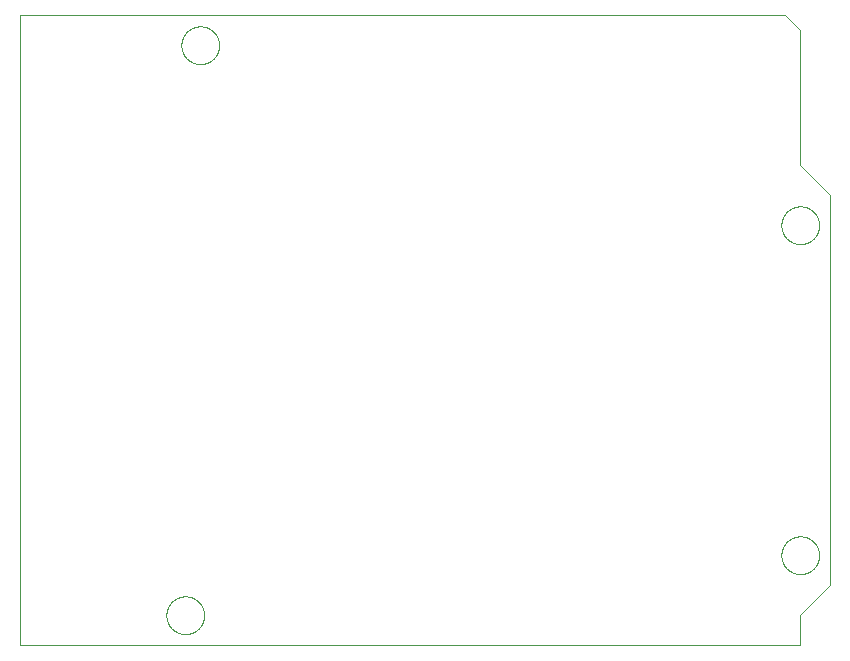
<source format=gtp>
G75*
%MOIN*%
%OFA0B0*%
%FSLAX25Y25*%
%IPPOS*%
%LPD*%
%AMOC8*
5,1,8,0,0,1.08239X$1,22.5*
%
%ADD10C,0.00000*%
D10*
X0009350Y0005000D02*
X0269350Y0005000D01*
X0269350Y0015000D01*
X0279350Y0025000D01*
X0279350Y0155000D01*
X0269350Y0165000D01*
X0269350Y0210000D01*
X0264350Y0215000D01*
X0009350Y0215000D01*
X0009350Y0005000D01*
X0058051Y0015000D02*
X0058053Y0015158D01*
X0058059Y0015316D01*
X0058069Y0015474D01*
X0058083Y0015632D01*
X0058101Y0015789D01*
X0058122Y0015946D01*
X0058148Y0016102D01*
X0058178Y0016258D01*
X0058211Y0016413D01*
X0058249Y0016566D01*
X0058290Y0016719D01*
X0058335Y0016871D01*
X0058384Y0017022D01*
X0058437Y0017171D01*
X0058493Y0017319D01*
X0058553Y0017465D01*
X0058617Y0017610D01*
X0058685Y0017753D01*
X0058756Y0017895D01*
X0058830Y0018035D01*
X0058908Y0018172D01*
X0058990Y0018308D01*
X0059074Y0018442D01*
X0059163Y0018573D01*
X0059254Y0018702D01*
X0059349Y0018829D01*
X0059446Y0018954D01*
X0059547Y0019076D01*
X0059651Y0019195D01*
X0059758Y0019312D01*
X0059868Y0019426D01*
X0059981Y0019537D01*
X0060096Y0019646D01*
X0060214Y0019751D01*
X0060335Y0019853D01*
X0060458Y0019953D01*
X0060584Y0020049D01*
X0060712Y0020142D01*
X0060842Y0020232D01*
X0060975Y0020318D01*
X0061110Y0020402D01*
X0061246Y0020481D01*
X0061385Y0020558D01*
X0061526Y0020630D01*
X0061668Y0020700D01*
X0061812Y0020765D01*
X0061958Y0020827D01*
X0062105Y0020885D01*
X0062254Y0020940D01*
X0062404Y0020991D01*
X0062555Y0021038D01*
X0062707Y0021081D01*
X0062860Y0021120D01*
X0063015Y0021156D01*
X0063170Y0021187D01*
X0063326Y0021215D01*
X0063482Y0021239D01*
X0063639Y0021259D01*
X0063797Y0021275D01*
X0063954Y0021287D01*
X0064113Y0021295D01*
X0064271Y0021299D01*
X0064429Y0021299D01*
X0064587Y0021295D01*
X0064746Y0021287D01*
X0064903Y0021275D01*
X0065061Y0021259D01*
X0065218Y0021239D01*
X0065374Y0021215D01*
X0065530Y0021187D01*
X0065685Y0021156D01*
X0065840Y0021120D01*
X0065993Y0021081D01*
X0066145Y0021038D01*
X0066296Y0020991D01*
X0066446Y0020940D01*
X0066595Y0020885D01*
X0066742Y0020827D01*
X0066888Y0020765D01*
X0067032Y0020700D01*
X0067174Y0020630D01*
X0067315Y0020558D01*
X0067454Y0020481D01*
X0067590Y0020402D01*
X0067725Y0020318D01*
X0067858Y0020232D01*
X0067988Y0020142D01*
X0068116Y0020049D01*
X0068242Y0019953D01*
X0068365Y0019853D01*
X0068486Y0019751D01*
X0068604Y0019646D01*
X0068719Y0019537D01*
X0068832Y0019426D01*
X0068942Y0019312D01*
X0069049Y0019195D01*
X0069153Y0019076D01*
X0069254Y0018954D01*
X0069351Y0018829D01*
X0069446Y0018702D01*
X0069537Y0018573D01*
X0069626Y0018442D01*
X0069710Y0018308D01*
X0069792Y0018172D01*
X0069870Y0018035D01*
X0069944Y0017895D01*
X0070015Y0017753D01*
X0070083Y0017610D01*
X0070147Y0017465D01*
X0070207Y0017319D01*
X0070263Y0017171D01*
X0070316Y0017022D01*
X0070365Y0016871D01*
X0070410Y0016719D01*
X0070451Y0016566D01*
X0070489Y0016413D01*
X0070522Y0016258D01*
X0070552Y0016102D01*
X0070578Y0015946D01*
X0070599Y0015789D01*
X0070617Y0015632D01*
X0070631Y0015474D01*
X0070641Y0015316D01*
X0070647Y0015158D01*
X0070649Y0015000D01*
X0070647Y0014842D01*
X0070641Y0014684D01*
X0070631Y0014526D01*
X0070617Y0014368D01*
X0070599Y0014211D01*
X0070578Y0014054D01*
X0070552Y0013898D01*
X0070522Y0013742D01*
X0070489Y0013587D01*
X0070451Y0013434D01*
X0070410Y0013281D01*
X0070365Y0013129D01*
X0070316Y0012978D01*
X0070263Y0012829D01*
X0070207Y0012681D01*
X0070147Y0012535D01*
X0070083Y0012390D01*
X0070015Y0012247D01*
X0069944Y0012105D01*
X0069870Y0011965D01*
X0069792Y0011828D01*
X0069710Y0011692D01*
X0069626Y0011558D01*
X0069537Y0011427D01*
X0069446Y0011298D01*
X0069351Y0011171D01*
X0069254Y0011046D01*
X0069153Y0010924D01*
X0069049Y0010805D01*
X0068942Y0010688D01*
X0068832Y0010574D01*
X0068719Y0010463D01*
X0068604Y0010354D01*
X0068486Y0010249D01*
X0068365Y0010147D01*
X0068242Y0010047D01*
X0068116Y0009951D01*
X0067988Y0009858D01*
X0067858Y0009768D01*
X0067725Y0009682D01*
X0067590Y0009598D01*
X0067454Y0009519D01*
X0067315Y0009442D01*
X0067174Y0009370D01*
X0067032Y0009300D01*
X0066888Y0009235D01*
X0066742Y0009173D01*
X0066595Y0009115D01*
X0066446Y0009060D01*
X0066296Y0009009D01*
X0066145Y0008962D01*
X0065993Y0008919D01*
X0065840Y0008880D01*
X0065685Y0008844D01*
X0065530Y0008813D01*
X0065374Y0008785D01*
X0065218Y0008761D01*
X0065061Y0008741D01*
X0064903Y0008725D01*
X0064746Y0008713D01*
X0064587Y0008705D01*
X0064429Y0008701D01*
X0064271Y0008701D01*
X0064113Y0008705D01*
X0063954Y0008713D01*
X0063797Y0008725D01*
X0063639Y0008741D01*
X0063482Y0008761D01*
X0063326Y0008785D01*
X0063170Y0008813D01*
X0063015Y0008844D01*
X0062860Y0008880D01*
X0062707Y0008919D01*
X0062555Y0008962D01*
X0062404Y0009009D01*
X0062254Y0009060D01*
X0062105Y0009115D01*
X0061958Y0009173D01*
X0061812Y0009235D01*
X0061668Y0009300D01*
X0061526Y0009370D01*
X0061385Y0009442D01*
X0061246Y0009519D01*
X0061110Y0009598D01*
X0060975Y0009682D01*
X0060842Y0009768D01*
X0060712Y0009858D01*
X0060584Y0009951D01*
X0060458Y0010047D01*
X0060335Y0010147D01*
X0060214Y0010249D01*
X0060096Y0010354D01*
X0059981Y0010463D01*
X0059868Y0010574D01*
X0059758Y0010688D01*
X0059651Y0010805D01*
X0059547Y0010924D01*
X0059446Y0011046D01*
X0059349Y0011171D01*
X0059254Y0011298D01*
X0059163Y0011427D01*
X0059074Y0011558D01*
X0058990Y0011692D01*
X0058908Y0011828D01*
X0058830Y0011965D01*
X0058756Y0012105D01*
X0058685Y0012247D01*
X0058617Y0012390D01*
X0058553Y0012535D01*
X0058493Y0012681D01*
X0058437Y0012829D01*
X0058384Y0012978D01*
X0058335Y0013129D01*
X0058290Y0013281D01*
X0058249Y0013434D01*
X0058211Y0013587D01*
X0058178Y0013742D01*
X0058148Y0013898D01*
X0058122Y0014054D01*
X0058101Y0014211D01*
X0058083Y0014368D01*
X0058069Y0014526D01*
X0058059Y0014684D01*
X0058053Y0014842D01*
X0058051Y0015000D01*
X0263051Y0035000D02*
X0263053Y0035158D01*
X0263059Y0035316D01*
X0263069Y0035474D01*
X0263083Y0035632D01*
X0263101Y0035789D01*
X0263122Y0035946D01*
X0263148Y0036102D01*
X0263178Y0036258D01*
X0263211Y0036413D01*
X0263249Y0036566D01*
X0263290Y0036719D01*
X0263335Y0036871D01*
X0263384Y0037022D01*
X0263437Y0037171D01*
X0263493Y0037319D01*
X0263553Y0037465D01*
X0263617Y0037610D01*
X0263685Y0037753D01*
X0263756Y0037895D01*
X0263830Y0038035D01*
X0263908Y0038172D01*
X0263990Y0038308D01*
X0264074Y0038442D01*
X0264163Y0038573D01*
X0264254Y0038702D01*
X0264349Y0038829D01*
X0264446Y0038954D01*
X0264547Y0039076D01*
X0264651Y0039195D01*
X0264758Y0039312D01*
X0264868Y0039426D01*
X0264981Y0039537D01*
X0265096Y0039646D01*
X0265214Y0039751D01*
X0265335Y0039853D01*
X0265458Y0039953D01*
X0265584Y0040049D01*
X0265712Y0040142D01*
X0265842Y0040232D01*
X0265975Y0040318D01*
X0266110Y0040402D01*
X0266246Y0040481D01*
X0266385Y0040558D01*
X0266526Y0040630D01*
X0266668Y0040700D01*
X0266812Y0040765D01*
X0266958Y0040827D01*
X0267105Y0040885D01*
X0267254Y0040940D01*
X0267404Y0040991D01*
X0267555Y0041038D01*
X0267707Y0041081D01*
X0267860Y0041120D01*
X0268015Y0041156D01*
X0268170Y0041187D01*
X0268326Y0041215D01*
X0268482Y0041239D01*
X0268639Y0041259D01*
X0268797Y0041275D01*
X0268954Y0041287D01*
X0269113Y0041295D01*
X0269271Y0041299D01*
X0269429Y0041299D01*
X0269587Y0041295D01*
X0269746Y0041287D01*
X0269903Y0041275D01*
X0270061Y0041259D01*
X0270218Y0041239D01*
X0270374Y0041215D01*
X0270530Y0041187D01*
X0270685Y0041156D01*
X0270840Y0041120D01*
X0270993Y0041081D01*
X0271145Y0041038D01*
X0271296Y0040991D01*
X0271446Y0040940D01*
X0271595Y0040885D01*
X0271742Y0040827D01*
X0271888Y0040765D01*
X0272032Y0040700D01*
X0272174Y0040630D01*
X0272315Y0040558D01*
X0272454Y0040481D01*
X0272590Y0040402D01*
X0272725Y0040318D01*
X0272858Y0040232D01*
X0272988Y0040142D01*
X0273116Y0040049D01*
X0273242Y0039953D01*
X0273365Y0039853D01*
X0273486Y0039751D01*
X0273604Y0039646D01*
X0273719Y0039537D01*
X0273832Y0039426D01*
X0273942Y0039312D01*
X0274049Y0039195D01*
X0274153Y0039076D01*
X0274254Y0038954D01*
X0274351Y0038829D01*
X0274446Y0038702D01*
X0274537Y0038573D01*
X0274626Y0038442D01*
X0274710Y0038308D01*
X0274792Y0038172D01*
X0274870Y0038035D01*
X0274944Y0037895D01*
X0275015Y0037753D01*
X0275083Y0037610D01*
X0275147Y0037465D01*
X0275207Y0037319D01*
X0275263Y0037171D01*
X0275316Y0037022D01*
X0275365Y0036871D01*
X0275410Y0036719D01*
X0275451Y0036566D01*
X0275489Y0036413D01*
X0275522Y0036258D01*
X0275552Y0036102D01*
X0275578Y0035946D01*
X0275599Y0035789D01*
X0275617Y0035632D01*
X0275631Y0035474D01*
X0275641Y0035316D01*
X0275647Y0035158D01*
X0275649Y0035000D01*
X0275647Y0034842D01*
X0275641Y0034684D01*
X0275631Y0034526D01*
X0275617Y0034368D01*
X0275599Y0034211D01*
X0275578Y0034054D01*
X0275552Y0033898D01*
X0275522Y0033742D01*
X0275489Y0033587D01*
X0275451Y0033434D01*
X0275410Y0033281D01*
X0275365Y0033129D01*
X0275316Y0032978D01*
X0275263Y0032829D01*
X0275207Y0032681D01*
X0275147Y0032535D01*
X0275083Y0032390D01*
X0275015Y0032247D01*
X0274944Y0032105D01*
X0274870Y0031965D01*
X0274792Y0031828D01*
X0274710Y0031692D01*
X0274626Y0031558D01*
X0274537Y0031427D01*
X0274446Y0031298D01*
X0274351Y0031171D01*
X0274254Y0031046D01*
X0274153Y0030924D01*
X0274049Y0030805D01*
X0273942Y0030688D01*
X0273832Y0030574D01*
X0273719Y0030463D01*
X0273604Y0030354D01*
X0273486Y0030249D01*
X0273365Y0030147D01*
X0273242Y0030047D01*
X0273116Y0029951D01*
X0272988Y0029858D01*
X0272858Y0029768D01*
X0272725Y0029682D01*
X0272590Y0029598D01*
X0272454Y0029519D01*
X0272315Y0029442D01*
X0272174Y0029370D01*
X0272032Y0029300D01*
X0271888Y0029235D01*
X0271742Y0029173D01*
X0271595Y0029115D01*
X0271446Y0029060D01*
X0271296Y0029009D01*
X0271145Y0028962D01*
X0270993Y0028919D01*
X0270840Y0028880D01*
X0270685Y0028844D01*
X0270530Y0028813D01*
X0270374Y0028785D01*
X0270218Y0028761D01*
X0270061Y0028741D01*
X0269903Y0028725D01*
X0269746Y0028713D01*
X0269587Y0028705D01*
X0269429Y0028701D01*
X0269271Y0028701D01*
X0269113Y0028705D01*
X0268954Y0028713D01*
X0268797Y0028725D01*
X0268639Y0028741D01*
X0268482Y0028761D01*
X0268326Y0028785D01*
X0268170Y0028813D01*
X0268015Y0028844D01*
X0267860Y0028880D01*
X0267707Y0028919D01*
X0267555Y0028962D01*
X0267404Y0029009D01*
X0267254Y0029060D01*
X0267105Y0029115D01*
X0266958Y0029173D01*
X0266812Y0029235D01*
X0266668Y0029300D01*
X0266526Y0029370D01*
X0266385Y0029442D01*
X0266246Y0029519D01*
X0266110Y0029598D01*
X0265975Y0029682D01*
X0265842Y0029768D01*
X0265712Y0029858D01*
X0265584Y0029951D01*
X0265458Y0030047D01*
X0265335Y0030147D01*
X0265214Y0030249D01*
X0265096Y0030354D01*
X0264981Y0030463D01*
X0264868Y0030574D01*
X0264758Y0030688D01*
X0264651Y0030805D01*
X0264547Y0030924D01*
X0264446Y0031046D01*
X0264349Y0031171D01*
X0264254Y0031298D01*
X0264163Y0031427D01*
X0264074Y0031558D01*
X0263990Y0031692D01*
X0263908Y0031828D01*
X0263830Y0031965D01*
X0263756Y0032105D01*
X0263685Y0032247D01*
X0263617Y0032390D01*
X0263553Y0032535D01*
X0263493Y0032681D01*
X0263437Y0032829D01*
X0263384Y0032978D01*
X0263335Y0033129D01*
X0263290Y0033281D01*
X0263249Y0033434D01*
X0263211Y0033587D01*
X0263178Y0033742D01*
X0263148Y0033898D01*
X0263122Y0034054D01*
X0263101Y0034211D01*
X0263083Y0034368D01*
X0263069Y0034526D01*
X0263059Y0034684D01*
X0263053Y0034842D01*
X0263051Y0035000D01*
X0263051Y0145000D02*
X0263053Y0145158D01*
X0263059Y0145316D01*
X0263069Y0145474D01*
X0263083Y0145632D01*
X0263101Y0145789D01*
X0263122Y0145946D01*
X0263148Y0146102D01*
X0263178Y0146258D01*
X0263211Y0146413D01*
X0263249Y0146566D01*
X0263290Y0146719D01*
X0263335Y0146871D01*
X0263384Y0147022D01*
X0263437Y0147171D01*
X0263493Y0147319D01*
X0263553Y0147465D01*
X0263617Y0147610D01*
X0263685Y0147753D01*
X0263756Y0147895D01*
X0263830Y0148035D01*
X0263908Y0148172D01*
X0263990Y0148308D01*
X0264074Y0148442D01*
X0264163Y0148573D01*
X0264254Y0148702D01*
X0264349Y0148829D01*
X0264446Y0148954D01*
X0264547Y0149076D01*
X0264651Y0149195D01*
X0264758Y0149312D01*
X0264868Y0149426D01*
X0264981Y0149537D01*
X0265096Y0149646D01*
X0265214Y0149751D01*
X0265335Y0149853D01*
X0265458Y0149953D01*
X0265584Y0150049D01*
X0265712Y0150142D01*
X0265842Y0150232D01*
X0265975Y0150318D01*
X0266110Y0150402D01*
X0266246Y0150481D01*
X0266385Y0150558D01*
X0266526Y0150630D01*
X0266668Y0150700D01*
X0266812Y0150765D01*
X0266958Y0150827D01*
X0267105Y0150885D01*
X0267254Y0150940D01*
X0267404Y0150991D01*
X0267555Y0151038D01*
X0267707Y0151081D01*
X0267860Y0151120D01*
X0268015Y0151156D01*
X0268170Y0151187D01*
X0268326Y0151215D01*
X0268482Y0151239D01*
X0268639Y0151259D01*
X0268797Y0151275D01*
X0268954Y0151287D01*
X0269113Y0151295D01*
X0269271Y0151299D01*
X0269429Y0151299D01*
X0269587Y0151295D01*
X0269746Y0151287D01*
X0269903Y0151275D01*
X0270061Y0151259D01*
X0270218Y0151239D01*
X0270374Y0151215D01*
X0270530Y0151187D01*
X0270685Y0151156D01*
X0270840Y0151120D01*
X0270993Y0151081D01*
X0271145Y0151038D01*
X0271296Y0150991D01*
X0271446Y0150940D01*
X0271595Y0150885D01*
X0271742Y0150827D01*
X0271888Y0150765D01*
X0272032Y0150700D01*
X0272174Y0150630D01*
X0272315Y0150558D01*
X0272454Y0150481D01*
X0272590Y0150402D01*
X0272725Y0150318D01*
X0272858Y0150232D01*
X0272988Y0150142D01*
X0273116Y0150049D01*
X0273242Y0149953D01*
X0273365Y0149853D01*
X0273486Y0149751D01*
X0273604Y0149646D01*
X0273719Y0149537D01*
X0273832Y0149426D01*
X0273942Y0149312D01*
X0274049Y0149195D01*
X0274153Y0149076D01*
X0274254Y0148954D01*
X0274351Y0148829D01*
X0274446Y0148702D01*
X0274537Y0148573D01*
X0274626Y0148442D01*
X0274710Y0148308D01*
X0274792Y0148172D01*
X0274870Y0148035D01*
X0274944Y0147895D01*
X0275015Y0147753D01*
X0275083Y0147610D01*
X0275147Y0147465D01*
X0275207Y0147319D01*
X0275263Y0147171D01*
X0275316Y0147022D01*
X0275365Y0146871D01*
X0275410Y0146719D01*
X0275451Y0146566D01*
X0275489Y0146413D01*
X0275522Y0146258D01*
X0275552Y0146102D01*
X0275578Y0145946D01*
X0275599Y0145789D01*
X0275617Y0145632D01*
X0275631Y0145474D01*
X0275641Y0145316D01*
X0275647Y0145158D01*
X0275649Y0145000D01*
X0275647Y0144842D01*
X0275641Y0144684D01*
X0275631Y0144526D01*
X0275617Y0144368D01*
X0275599Y0144211D01*
X0275578Y0144054D01*
X0275552Y0143898D01*
X0275522Y0143742D01*
X0275489Y0143587D01*
X0275451Y0143434D01*
X0275410Y0143281D01*
X0275365Y0143129D01*
X0275316Y0142978D01*
X0275263Y0142829D01*
X0275207Y0142681D01*
X0275147Y0142535D01*
X0275083Y0142390D01*
X0275015Y0142247D01*
X0274944Y0142105D01*
X0274870Y0141965D01*
X0274792Y0141828D01*
X0274710Y0141692D01*
X0274626Y0141558D01*
X0274537Y0141427D01*
X0274446Y0141298D01*
X0274351Y0141171D01*
X0274254Y0141046D01*
X0274153Y0140924D01*
X0274049Y0140805D01*
X0273942Y0140688D01*
X0273832Y0140574D01*
X0273719Y0140463D01*
X0273604Y0140354D01*
X0273486Y0140249D01*
X0273365Y0140147D01*
X0273242Y0140047D01*
X0273116Y0139951D01*
X0272988Y0139858D01*
X0272858Y0139768D01*
X0272725Y0139682D01*
X0272590Y0139598D01*
X0272454Y0139519D01*
X0272315Y0139442D01*
X0272174Y0139370D01*
X0272032Y0139300D01*
X0271888Y0139235D01*
X0271742Y0139173D01*
X0271595Y0139115D01*
X0271446Y0139060D01*
X0271296Y0139009D01*
X0271145Y0138962D01*
X0270993Y0138919D01*
X0270840Y0138880D01*
X0270685Y0138844D01*
X0270530Y0138813D01*
X0270374Y0138785D01*
X0270218Y0138761D01*
X0270061Y0138741D01*
X0269903Y0138725D01*
X0269746Y0138713D01*
X0269587Y0138705D01*
X0269429Y0138701D01*
X0269271Y0138701D01*
X0269113Y0138705D01*
X0268954Y0138713D01*
X0268797Y0138725D01*
X0268639Y0138741D01*
X0268482Y0138761D01*
X0268326Y0138785D01*
X0268170Y0138813D01*
X0268015Y0138844D01*
X0267860Y0138880D01*
X0267707Y0138919D01*
X0267555Y0138962D01*
X0267404Y0139009D01*
X0267254Y0139060D01*
X0267105Y0139115D01*
X0266958Y0139173D01*
X0266812Y0139235D01*
X0266668Y0139300D01*
X0266526Y0139370D01*
X0266385Y0139442D01*
X0266246Y0139519D01*
X0266110Y0139598D01*
X0265975Y0139682D01*
X0265842Y0139768D01*
X0265712Y0139858D01*
X0265584Y0139951D01*
X0265458Y0140047D01*
X0265335Y0140147D01*
X0265214Y0140249D01*
X0265096Y0140354D01*
X0264981Y0140463D01*
X0264868Y0140574D01*
X0264758Y0140688D01*
X0264651Y0140805D01*
X0264547Y0140924D01*
X0264446Y0141046D01*
X0264349Y0141171D01*
X0264254Y0141298D01*
X0264163Y0141427D01*
X0264074Y0141558D01*
X0263990Y0141692D01*
X0263908Y0141828D01*
X0263830Y0141965D01*
X0263756Y0142105D01*
X0263685Y0142247D01*
X0263617Y0142390D01*
X0263553Y0142535D01*
X0263493Y0142681D01*
X0263437Y0142829D01*
X0263384Y0142978D01*
X0263335Y0143129D01*
X0263290Y0143281D01*
X0263249Y0143434D01*
X0263211Y0143587D01*
X0263178Y0143742D01*
X0263148Y0143898D01*
X0263122Y0144054D01*
X0263101Y0144211D01*
X0263083Y0144368D01*
X0263069Y0144526D01*
X0263059Y0144684D01*
X0263053Y0144842D01*
X0263051Y0145000D01*
X0063051Y0205000D02*
X0063053Y0205158D01*
X0063059Y0205316D01*
X0063069Y0205474D01*
X0063083Y0205632D01*
X0063101Y0205789D01*
X0063122Y0205946D01*
X0063148Y0206102D01*
X0063178Y0206258D01*
X0063211Y0206413D01*
X0063249Y0206566D01*
X0063290Y0206719D01*
X0063335Y0206871D01*
X0063384Y0207022D01*
X0063437Y0207171D01*
X0063493Y0207319D01*
X0063553Y0207465D01*
X0063617Y0207610D01*
X0063685Y0207753D01*
X0063756Y0207895D01*
X0063830Y0208035D01*
X0063908Y0208172D01*
X0063990Y0208308D01*
X0064074Y0208442D01*
X0064163Y0208573D01*
X0064254Y0208702D01*
X0064349Y0208829D01*
X0064446Y0208954D01*
X0064547Y0209076D01*
X0064651Y0209195D01*
X0064758Y0209312D01*
X0064868Y0209426D01*
X0064981Y0209537D01*
X0065096Y0209646D01*
X0065214Y0209751D01*
X0065335Y0209853D01*
X0065458Y0209953D01*
X0065584Y0210049D01*
X0065712Y0210142D01*
X0065842Y0210232D01*
X0065975Y0210318D01*
X0066110Y0210402D01*
X0066246Y0210481D01*
X0066385Y0210558D01*
X0066526Y0210630D01*
X0066668Y0210700D01*
X0066812Y0210765D01*
X0066958Y0210827D01*
X0067105Y0210885D01*
X0067254Y0210940D01*
X0067404Y0210991D01*
X0067555Y0211038D01*
X0067707Y0211081D01*
X0067860Y0211120D01*
X0068015Y0211156D01*
X0068170Y0211187D01*
X0068326Y0211215D01*
X0068482Y0211239D01*
X0068639Y0211259D01*
X0068797Y0211275D01*
X0068954Y0211287D01*
X0069113Y0211295D01*
X0069271Y0211299D01*
X0069429Y0211299D01*
X0069587Y0211295D01*
X0069746Y0211287D01*
X0069903Y0211275D01*
X0070061Y0211259D01*
X0070218Y0211239D01*
X0070374Y0211215D01*
X0070530Y0211187D01*
X0070685Y0211156D01*
X0070840Y0211120D01*
X0070993Y0211081D01*
X0071145Y0211038D01*
X0071296Y0210991D01*
X0071446Y0210940D01*
X0071595Y0210885D01*
X0071742Y0210827D01*
X0071888Y0210765D01*
X0072032Y0210700D01*
X0072174Y0210630D01*
X0072315Y0210558D01*
X0072454Y0210481D01*
X0072590Y0210402D01*
X0072725Y0210318D01*
X0072858Y0210232D01*
X0072988Y0210142D01*
X0073116Y0210049D01*
X0073242Y0209953D01*
X0073365Y0209853D01*
X0073486Y0209751D01*
X0073604Y0209646D01*
X0073719Y0209537D01*
X0073832Y0209426D01*
X0073942Y0209312D01*
X0074049Y0209195D01*
X0074153Y0209076D01*
X0074254Y0208954D01*
X0074351Y0208829D01*
X0074446Y0208702D01*
X0074537Y0208573D01*
X0074626Y0208442D01*
X0074710Y0208308D01*
X0074792Y0208172D01*
X0074870Y0208035D01*
X0074944Y0207895D01*
X0075015Y0207753D01*
X0075083Y0207610D01*
X0075147Y0207465D01*
X0075207Y0207319D01*
X0075263Y0207171D01*
X0075316Y0207022D01*
X0075365Y0206871D01*
X0075410Y0206719D01*
X0075451Y0206566D01*
X0075489Y0206413D01*
X0075522Y0206258D01*
X0075552Y0206102D01*
X0075578Y0205946D01*
X0075599Y0205789D01*
X0075617Y0205632D01*
X0075631Y0205474D01*
X0075641Y0205316D01*
X0075647Y0205158D01*
X0075649Y0205000D01*
X0075647Y0204842D01*
X0075641Y0204684D01*
X0075631Y0204526D01*
X0075617Y0204368D01*
X0075599Y0204211D01*
X0075578Y0204054D01*
X0075552Y0203898D01*
X0075522Y0203742D01*
X0075489Y0203587D01*
X0075451Y0203434D01*
X0075410Y0203281D01*
X0075365Y0203129D01*
X0075316Y0202978D01*
X0075263Y0202829D01*
X0075207Y0202681D01*
X0075147Y0202535D01*
X0075083Y0202390D01*
X0075015Y0202247D01*
X0074944Y0202105D01*
X0074870Y0201965D01*
X0074792Y0201828D01*
X0074710Y0201692D01*
X0074626Y0201558D01*
X0074537Y0201427D01*
X0074446Y0201298D01*
X0074351Y0201171D01*
X0074254Y0201046D01*
X0074153Y0200924D01*
X0074049Y0200805D01*
X0073942Y0200688D01*
X0073832Y0200574D01*
X0073719Y0200463D01*
X0073604Y0200354D01*
X0073486Y0200249D01*
X0073365Y0200147D01*
X0073242Y0200047D01*
X0073116Y0199951D01*
X0072988Y0199858D01*
X0072858Y0199768D01*
X0072725Y0199682D01*
X0072590Y0199598D01*
X0072454Y0199519D01*
X0072315Y0199442D01*
X0072174Y0199370D01*
X0072032Y0199300D01*
X0071888Y0199235D01*
X0071742Y0199173D01*
X0071595Y0199115D01*
X0071446Y0199060D01*
X0071296Y0199009D01*
X0071145Y0198962D01*
X0070993Y0198919D01*
X0070840Y0198880D01*
X0070685Y0198844D01*
X0070530Y0198813D01*
X0070374Y0198785D01*
X0070218Y0198761D01*
X0070061Y0198741D01*
X0069903Y0198725D01*
X0069746Y0198713D01*
X0069587Y0198705D01*
X0069429Y0198701D01*
X0069271Y0198701D01*
X0069113Y0198705D01*
X0068954Y0198713D01*
X0068797Y0198725D01*
X0068639Y0198741D01*
X0068482Y0198761D01*
X0068326Y0198785D01*
X0068170Y0198813D01*
X0068015Y0198844D01*
X0067860Y0198880D01*
X0067707Y0198919D01*
X0067555Y0198962D01*
X0067404Y0199009D01*
X0067254Y0199060D01*
X0067105Y0199115D01*
X0066958Y0199173D01*
X0066812Y0199235D01*
X0066668Y0199300D01*
X0066526Y0199370D01*
X0066385Y0199442D01*
X0066246Y0199519D01*
X0066110Y0199598D01*
X0065975Y0199682D01*
X0065842Y0199768D01*
X0065712Y0199858D01*
X0065584Y0199951D01*
X0065458Y0200047D01*
X0065335Y0200147D01*
X0065214Y0200249D01*
X0065096Y0200354D01*
X0064981Y0200463D01*
X0064868Y0200574D01*
X0064758Y0200688D01*
X0064651Y0200805D01*
X0064547Y0200924D01*
X0064446Y0201046D01*
X0064349Y0201171D01*
X0064254Y0201298D01*
X0064163Y0201427D01*
X0064074Y0201558D01*
X0063990Y0201692D01*
X0063908Y0201828D01*
X0063830Y0201965D01*
X0063756Y0202105D01*
X0063685Y0202247D01*
X0063617Y0202390D01*
X0063553Y0202535D01*
X0063493Y0202681D01*
X0063437Y0202829D01*
X0063384Y0202978D01*
X0063335Y0203129D01*
X0063290Y0203281D01*
X0063249Y0203434D01*
X0063211Y0203587D01*
X0063178Y0203742D01*
X0063148Y0203898D01*
X0063122Y0204054D01*
X0063101Y0204211D01*
X0063083Y0204368D01*
X0063069Y0204526D01*
X0063059Y0204684D01*
X0063053Y0204842D01*
X0063051Y0205000D01*
M02*

</source>
